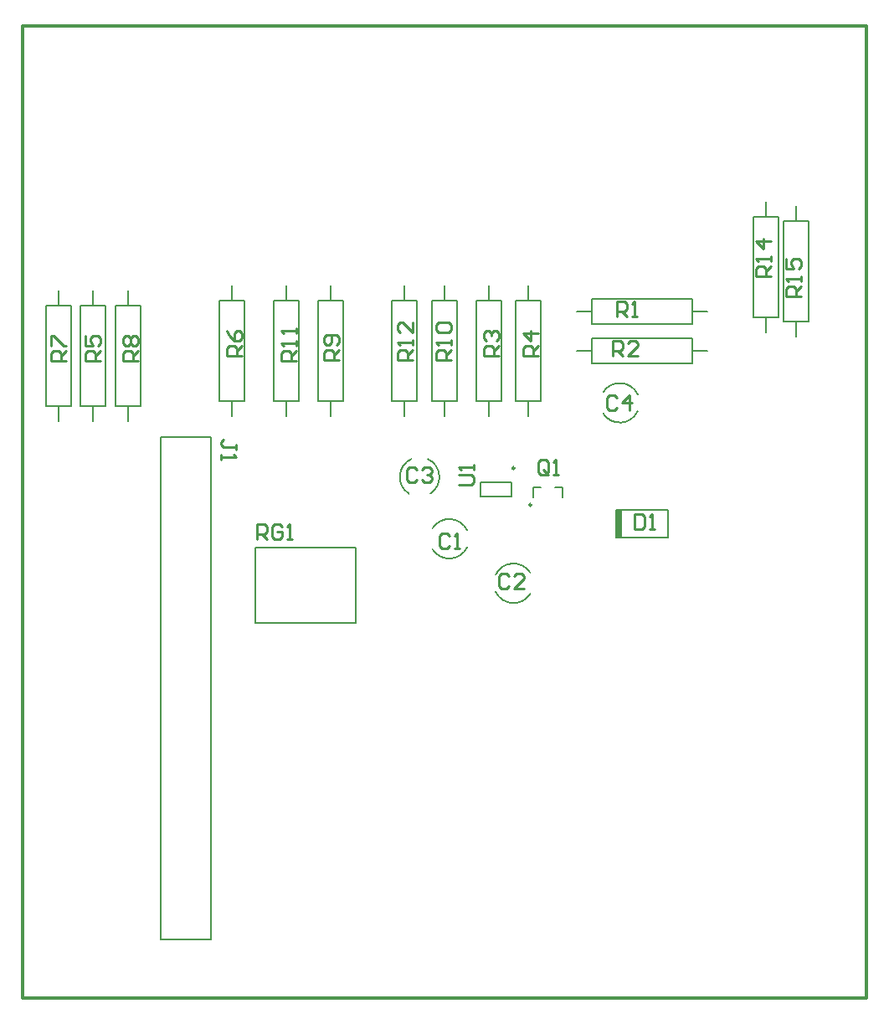
<source format=gbr>
G04 Layer_Color=65535*
%FSLAX45Y45*%
%MOMM*%
%TF.FileFunction,Legend,Top*%
%TF.Part,Single*%
G01*
G75*
%TA.AperFunction,NonConductor*%
%ADD16C,0.25400*%
%ADD47C,0.20000*%
%ADD48C,0.25000*%
%ADD49C,0.30480*%
%ADD50R,0.80000X2.79999*%
D16*
X9573568Y10951758D02*
X9548176Y10977150D01*
X9497392D01*
X9472000Y10951758D01*
Y10850191D01*
X9497392Y10824799D01*
X9548176D01*
X9573568Y10850191D01*
X9624351Y10951758D02*
X9649743Y10977150D01*
X9700526D01*
X9725918Y10951758D01*
Y10926367D01*
X9700526Y10900975D01*
X9675135D01*
X9700526D01*
X9725918Y10875583D01*
Y10850191D01*
X9700526Y10824799D01*
X9649743D01*
X9624351Y10850191D01*
X9530200Y12059000D02*
X9377849D01*
Y12135175D01*
X9403241Y12160567D01*
X9454025D01*
X9479416Y12135175D01*
Y12059000D01*
Y12109784D02*
X9530200Y12160567D01*
Y12211351D02*
Y12262134D01*
Y12236743D01*
X9377849D01*
X9403241Y12211351D01*
X9530200Y12439877D02*
Y12338310D01*
X9428633Y12439877D01*
X9403241D01*
X9377849Y12414485D01*
Y12363701D01*
X9403241Y12338310D01*
X8351600Y12048400D02*
X8199249D01*
Y12124575D01*
X8224641Y12149967D01*
X8275425D01*
X8300817Y12124575D01*
Y12048400D01*
Y12099184D02*
X8351600Y12149967D01*
Y12200751D02*
Y12251534D01*
Y12226143D01*
X8199249D01*
X8224641Y12200751D01*
X8351600Y12327710D02*
Y12378493D01*
Y12353102D01*
X8199249D01*
X8224641Y12327710D01*
X9923800Y12059000D02*
X9771449D01*
Y12135175D01*
X9796841Y12160567D01*
X9847625D01*
X9873017Y12135175D01*
Y12059000D01*
Y12109784D02*
X9923800Y12160567D01*
Y12211351D02*
Y12262134D01*
Y12236743D01*
X9771449D01*
X9796841Y12211351D01*
Y12338310D02*
X9771449Y12363701D01*
Y12414485D01*
X9796841Y12439877D01*
X9898408D01*
X9923800Y12414485D01*
Y12363701D01*
X9898408Y12338310D01*
X9796841D01*
X8785800Y12059000D02*
X8633449D01*
Y12135175D01*
X8658841Y12160567D01*
X8709625D01*
X8735017Y12135175D01*
Y12059000D01*
Y12109784D02*
X8785800Y12160567D01*
X8760408Y12211351D02*
X8785800Y12236743D01*
Y12287526D01*
X8760408Y12312918D01*
X8658841D01*
X8633449Y12287526D01*
Y12236743D01*
X8658841Y12211351D01*
X8684233D01*
X8709625Y12236743D01*
Y12312918D01*
X6751600Y12049200D02*
X6599249D01*
Y12125375D01*
X6624641Y12150767D01*
X6675425D01*
X6700816Y12125375D01*
Y12049200D01*
Y12099983D02*
X6751600Y12150767D01*
X6624641Y12201551D02*
X6599249Y12226943D01*
Y12277726D01*
X6624641Y12303118D01*
X6650033D01*
X6675425Y12277726D01*
X6700816Y12303118D01*
X6726208D01*
X6751600Y12277726D01*
Y12226943D01*
X6726208Y12201551D01*
X6700816D01*
X6675425Y12226943D01*
X6650033Y12201551D01*
X6624641D01*
X6675425Y12226943D02*
Y12277726D01*
X6025000Y12050000D02*
X5872649D01*
Y12126175D01*
X5898041Y12151567D01*
X5948825D01*
X5974217Y12126175D01*
Y12050000D01*
Y12100783D02*
X6025000Y12151567D01*
X5872649Y12202351D02*
Y12303918D01*
X5898041D01*
X5999608Y12202351D01*
X6025000D01*
X7801600Y12099200D02*
X7649249D01*
Y12175375D01*
X7674641Y12200767D01*
X7725425D01*
X7750817Y12175375D01*
Y12099200D01*
Y12149984D02*
X7801600Y12200767D01*
X7649249Y12353118D02*
X7674641Y12302334D01*
X7725425Y12251551D01*
X7776208D01*
X7801600Y12276943D01*
Y12327726D01*
X7776208Y12353118D01*
X7750817D01*
X7725425Y12327726D01*
Y12251551D01*
X6375000Y12050000D02*
X6222649D01*
Y12126175D01*
X6248041Y12151567D01*
X6298825D01*
X6324217Y12126175D01*
Y12050000D01*
Y12100783D02*
X6375000Y12151567D01*
X6222649Y12303918D02*
Y12202351D01*
X6298825D01*
X6273433Y12253134D01*
Y12278526D01*
X6298825Y12303918D01*
X6349608D01*
X6375000Y12278526D01*
Y12227742D01*
X6349608Y12202351D01*
X10801600Y12099200D02*
X10649249D01*
Y12175375D01*
X10674641Y12200767D01*
X10725425D01*
X10750816Y12175375D01*
Y12099200D01*
Y12149984D02*
X10801600Y12200767D01*
Y12327726D02*
X10649249D01*
X10725425Y12251551D01*
Y12353118D01*
X10401600Y12099200D02*
X10249249D01*
Y12175375D01*
X10274641Y12200767D01*
X10325425D01*
X10350816Y12175375D01*
Y12099200D01*
Y12149984D02*
X10401600Y12200767D01*
X10274641Y12251551D02*
X10249249Y12276943D01*
Y12327726D01*
X10274641Y12353118D01*
X10300033D01*
X10325425Y12327726D01*
Y12302334D01*
Y12327726D01*
X10350816Y12353118D01*
X10376208D01*
X10401600Y12327726D01*
Y12276943D01*
X10376208Y12251551D01*
X11550000Y12100000D02*
Y12252351D01*
X11626175D01*
X11651567Y12226959D01*
Y12176176D01*
X11626175Y12150784D01*
X11550000D01*
X11600784D02*
X11651567Y12100000D01*
X11803918D02*
X11702351D01*
X11803918Y12201567D01*
Y12226959D01*
X11778526Y12252351D01*
X11727743D01*
X11702351Y12226959D01*
X11600000Y12500000D02*
Y12652351D01*
X11676175D01*
X11701567Y12626959D01*
Y12576176D01*
X11676175Y12550784D01*
X11600000D01*
X11650783D02*
X11701567Y12500000D01*
X11752351D02*
X11803134D01*
X11777743D01*
Y12652351D01*
X11752351Y12626959D01*
X7746951Y11150633D02*
Y11201417D01*
Y11176025D01*
X7619992D01*
X7594600Y11201417D01*
Y11226808D01*
X7619992Y11252200D01*
X7594600Y11099849D02*
Y11049066D01*
Y11074457D01*
X7746951D01*
X7721559Y11099849D01*
X11599567Y11675759D02*
X11574175Y11701151D01*
X11523392D01*
X11498000Y11675759D01*
Y11574192D01*
X11523392Y11548800D01*
X11574175D01*
X11599567Y11574192D01*
X11726526Y11548800D02*
Y11701151D01*
X11650351Y11624975D01*
X11751918D01*
X7953160Y10243540D02*
Y10395891D01*
X8029335D01*
X8054727Y10370499D01*
Y10319715D01*
X8029335Y10294324D01*
X7953160D01*
X8003944D02*
X8054727Y10243540D01*
X8207078Y10370499D02*
X8181686Y10395891D01*
X8130903D01*
X8105511Y10370499D01*
Y10268932D01*
X8130903Y10243540D01*
X8181686D01*
X8207078Y10268932D01*
Y10319715D01*
X8156294D01*
X8257862Y10243540D02*
X8308645D01*
X8283253D01*
Y10395891D01*
X8257862Y10370499D01*
X9901567Y10276959D02*
X9876175Y10302351D01*
X9825392D01*
X9800000Y10276959D01*
Y10175392D01*
X9825392Y10150000D01*
X9876175D01*
X9901567Y10175392D01*
X9952351Y10150000D02*
X10003134D01*
X9977743D01*
Y10302351D01*
X9952351Y10276959D01*
X10501567Y9876959D02*
X10476175Y9902351D01*
X10425392D01*
X10400000Y9876959D01*
Y9775392D01*
X10425392Y9750000D01*
X10476175D01*
X10501567Y9775392D01*
X10653918Y9750000D02*
X10552351D01*
X10653918Y9851567D01*
Y9876959D01*
X10628526Y9902351D01*
X10577743D01*
X10552351Y9876959D01*
X13150000Y12900000D02*
X12997649D01*
Y12976175D01*
X13023041Y13001567D01*
X13073825D01*
X13099216Y12976175D01*
Y12900000D01*
Y12950783D02*
X13150000Y13001567D01*
Y13052351D02*
Y13103134D01*
Y13077742D01*
X12997649D01*
X13023041Y13052351D01*
X13150000Y13255486D02*
X12997649D01*
X13073825Y13179309D01*
Y13280878D01*
X9997649Y10800000D02*
X10124608D01*
X10150000Y10825392D01*
Y10876175D01*
X10124608Y10901567D01*
X9997649D01*
X10150000Y10952351D02*
Y11003134D01*
Y10977743D01*
X9997649D01*
X10023041Y10952351D01*
X13462000Y12700000D02*
X13309650D01*
Y12776175D01*
X13335040Y12801567D01*
X13385825D01*
X13411217Y12776175D01*
Y12700000D01*
Y12750783D02*
X13462000Y12801567D01*
Y12852351D02*
Y12903134D01*
Y12877744D01*
X13309650D01*
X13335040Y12852351D01*
X13309650Y13080878D02*
Y12979311D01*
X13385825D01*
X13360432Y13030093D01*
Y13055486D01*
X13385825Y13080878D01*
X13436607D01*
X13462000Y13055486D01*
Y13004701D01*
X13436607Y12979311D01*
X10901567Y10925392D02*
Y11026959D01*
X10876175Y11052351D01*
X10825392D01*
X10800000Y11026959D01*
Y10925392D01*
X10825392Y10900000D01*
X10876175D01*
X10850783Y10950784D02*
X10901567Y10900000D01*
X10876175D02*
X10901567Y10925392D01*
X10952351Y10900000D02*
X11003134D01*
X10977743D01*
Y11052351D01*
X10952351Y11026959D01*
X11775000Y10502351D02*
Y10350000D01*
X11851175D01*
X11876567Y10375392D01*
Y10476959D01*
X11851175Y10502351D01*
X11775000D01*
X11927351Y10350000D02*
X11978134D01*
X11952742D01*
Y10502351D01*
X11927351Y10476959D01*
D47*
X9707502Y10706349D02*
G03*
X9683168Y11056889I-107501J168652D01*
G01*
X9516833D02*
G03*
X9492499Y10706349I83167J-181888D01*
G01*
X10718651Y9907501D02*
G03*
X10368111Y9883167I-168652J-107501D01*
G01*
Y9716833D02*
G03*
X10718651Y9692499I181888J83167D01*
G01*
X9731349Y10142499D02*
G03*
X10081889Y10166833I168652J107501D01*
G01*
Y10333167D02*
G03*
X9731349Y10357501I-181888J-83167D01*
G01*
X11456349Y11517499D02*
G03*
X11806889Y11541833I168652J107501D01*
G01*
Y11708167D02*
G03*
X11456349Y11732501I-181888J-83167D01*
G01*
X13099998Y13508000D02*
Y13660400D01*
Y12339600D02*
Y12492000D01*
X12973000D02*
X13226999D01*
Y13508000D01*
X12973000D02*
X13226999D01*
X12973000Y12492000D02*
Y13508000D01*
X5950001Y11439596D02*
Y11591996D01*
Y12607996D02*
Y12760396D01*
X5823001Y12607996D02*
X6077001D01*
X5823001Y11591996D02*
Y12607996D01*
Y11591996D02*
X6077001D01*
Y12607996D01*
X6300003D02*
Y12760396D01*
Y11439596D02*
Y11591996D01*
X6173003D02*
X6427003D01*
Y12607996D01*
X6173003D02*
X6427003D01*
X6173003Y11591996D02*
Y12607996D01*
X6649999Y11439601D02*
Y11592001D01*
Y12608001D02*
Y12760401D01*
X6522999Y12608001D02*
X6776999D01*
X6522999Y11592001D02*
Y12608001D01*
Y11592001D02*
X6776999D01*
Y12608001D01*
X7700000Y12657999D02*
Y12810399D01*
Y11489599D02*
Y11641999D01*
X7573000D02*
X7827000D01*
Y12657999D01*
X7573000D02*
X7827000D01*
X7573000Y11641999D02*
Y12657999D01*
X6985000Y6197600D02*
X7493000D01*
X6985000Y11277600D02*
X7493000D01*
X6985000Y6197600D02*
Y11277600D01*
X7493000Y6197600D02*
Y11277600D01*
X7938002Y9395998D02*
Y10157998D01*
Y9395998D02*
X8954002D01*
Y10157998D01*
X7938002D02*
X8954002D01*
X11189599Y12549998D02*
X11341999D01*
X12357999D02*
X12510399D01*
X12357999Y12422998D02*
Y12676998D01*
X11341999D02*
X12357999D01*
X11341999Y12422998D02*
Y12676998D01*
Y12422998D02*
X12357999D01*
X11189599Y12149999D02*
X11341999D01*
X12357999D02*
X12510399D01*
X12357999Y12022999D02*
Y12276999D01*
X11341999D02*
X12357999D01*
X11341999Y12022999D02*
Y12276999D01*
Y12022999D02*
X12357999D01*
X10300000Y11489599D02*
Y11641999D01*
Y12657999D02*
Y12810399D01*
X10173000Y12657999D02*
X10427000D01*
X10173000Y11641999D02*
Y12657999D01*
Y11641999D02*
X10427000D01*
Y12657999D01*
X10699999Y11489599D02*
Y11641999D01*
Y12657999D02*
Y12810399D01*
X10572999Y12657999D02*
X10826999D01*
X10572999Y11641999D02*
Y12657999D01*
Y11641999D02*
X10826999D01*
Y12657999D01*
X8699998D02*
Y12810399D01*
Y11489599D02*
Y11641999D01*
X8572998D02*
X8826998D01*
Y12657999D01*
X8572998D02*
X8826998D01*
X8572998Y11641999D02*
Y12657999D01*
X9849998D02*
Y12810399D01*
Y11489599D02*
Y11641999D01*
X9722998D02*
X9976998D01*
Y12657999D01*
X9722998D02*
X9976998D01*
X9722998Y11641999D02*
Y12657999D01*
X8250001Y11489599D02*
Y11641999D01*
Y12657999D02*
Y12810399D01*
X8123001Y12657999D02*
X8377001D01*
X8123001Y11641999D02*
Y12657999D01*
Y11641999D02*
X8377001D01*
Y12657999D01*
X9449999Y11489599D02*
Y11641999D01*
Y12657999D02*
Y12810399D01*
X9322999Y12657999D02*
X9576999D01*
X9322999Y11641999D02*
Y12657999D01*
Y11641999D02*
X9576999D01*
Y12657999D01*
X13411200Y13462000D02*
Y13614400D01*
Y12293600D02*
Y12446000D01*
X13284200D02*
X13538200D01*
Y13462000D01*
X13284200D02*
X13538200D01*
X13284200Y12446000D02*
Y13462000D01*
X10970000Y10770002D02*
X11049999D01*
Y10670002D02*
Y10770002D01*
X10750000D02*
X10830000D01*
X10750000Y10670002D02*
Y10770002D01*
X11585000Y10540000D02*
X12115002D01*
X11585000Y10260000D02*
X12115002D01*
Y10540000D01*
X10220000Y10825002D02*
X10530002D01*
X10220000Y10675000D02*
X10530002D01*
Y10825002D01*
X10220000Y10675000D02*
Y10825002D01*
D48*
X10732500Y10592500D02*
G03*
X10732500Y10592500I-12500J0D01*
G01*
X10562500Y10965000D02*
G03*
X10562500Y10965000I-12500J0D01*
G01*
D49*
X5585800Y5605099D02*
Y15434898D01*
Y5605099D02*
X14120200D01*
Y15434898D01*
X5585800D02*
X14120200D01*
D50*
X11615002Y10400000D02*
D03*
%TF.MD5,A0ECB6BF3D638CCE564147934833A913*%
M02*

</source>
